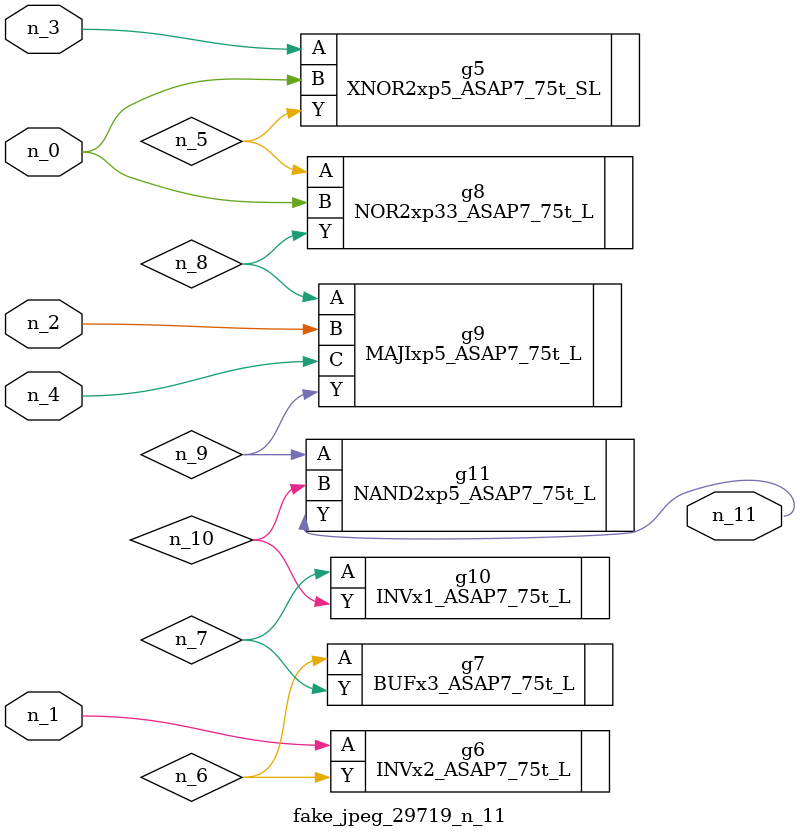
<source format=v>
module fake_jpeg_29719_n_11 (n_3, n_2, n_1, n_0, n_4, n_11);

input n_3;
input n_2;
input n_1;
input n_0;
input n_4;

output n_11;

wire n_10;
wire n_8;
wire n_9;
wire n_6;
wire n_5;
wire n_7;

XNOR2xp5_ASAP7_75t_SL g5 ( 
.A(n_3),
.B(n_0),
.Y(n_5)
);

INVx2_ASAP7_75t_L g6 ( 
.A(n_1),
.Y(n_6)
);

BUFx3_ASAP7_75t_L g7 ( 
.A(n_6),
.Y(n_7)
);

INVx1_ASAP7_75t_L g10 ( 
.A(n_7),
.Y(n_10)
);

NOR2xp33_ASAP7_75t_L g8 ( 
.A(n_5),
.B(n_0),
.Y(n_8)
);

MAJIxp5_ASAP7_75t_L g9 ( 
.A(n_8),
.B(n_2),
.C(n_4),
.Y(n_9)
);

NAND2xp5_ASAP7_75t_L g11 ( 
.A(n_9),
.B(n_10),
.Y(n_11)
);


endmodule
</source>
